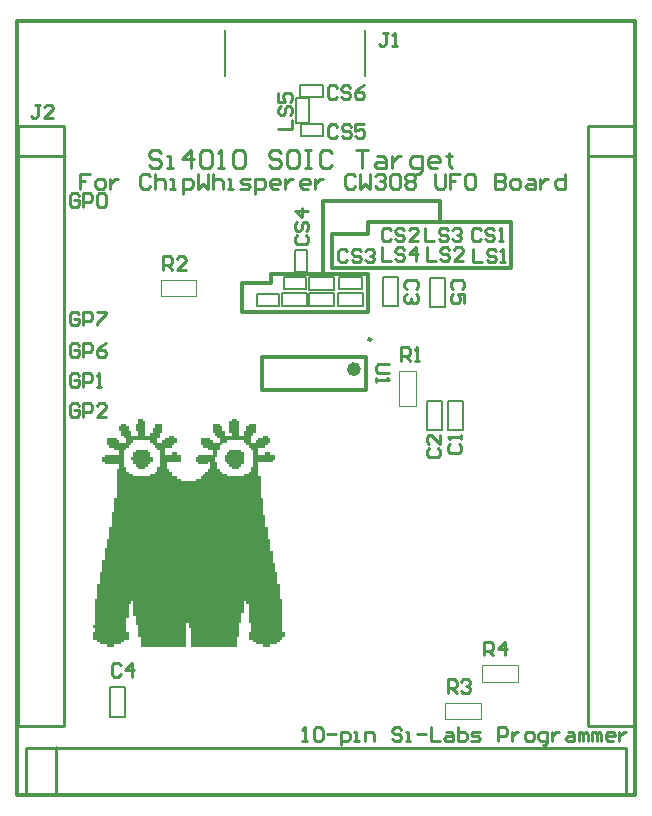
<source format=gto>
G04 Layer_Color=65535*
%FSLAX25Y25*%
%MOIN*%
G70*
G01*
G75*
%ADD23C,0.01000*%
%ADD26C,0.01181*%
%ADD33C,0.00984*%
%ADD34C,0.02362*%
%ADD35C,0.00787*%
%ADD36C,0.00800*%
%ADD37C,0.00500*%
%ADD38C,0.00394*%
G36*
X359600Y340500D02*
X360400D01*
Y339700D01*
Y338900D01*
Y338100D01*
Y337300D01*
Y336500D01*
Y335700D01*
X362000D01*
Y336500D01*
Y337300D01*
X362800D01*
Y338100D01*
Y338900D01*
X363600D01*
Y339700D01*
X366000D01*
Y338900D01*
Y338100D01*
Y337300D01*
Y336500D01*
X365200D01*
Y335700D01*
X364400D01*
Y334900D01*
Y334100D01*
Y333300D01*
X366000D01*
Y334100D01*
X366800D01*
Y334900D01*
X368400D01*
Y335700D01*
X370000D01*
Y334900D01*
X370800D01*
Y334100D01*
Y333300D01*
X370000D01*
Y332500D01*
X369200D01*
Y331700D01*
X366800D01*
Y330900D01*
Y330100D01*
Y329300D01*
X369200D01*
Y330100D01*
X370800D01*
Y329300D01*
X372400D01*
Y328500D01*
Y327700D01*
X371600D01*
Y326900D01*
X366800D01*
Y326100D01*
Y325300D01*
Y324500D01*
Y323700D01*
Y322900D01*
Y322100D01*
X367600D01*
Y321300D01*
Y320500D01*
Y319700D01*
Y318900D01*
Y318100D01*
Y317300D01*
Y316500D01*
Y315700D01*
Y314900D01*
X368400D01*
Y314100D01*
Y313300D01*
Y312500D01*
Y311700D01*
Y310900D01*
Y310100D01*
Y309300D01*
X369200D01*
Y308500D01*
Y307700D01*
Y306900D01*
Y306100D01*
Y305300D01*
X370000D01*
Y304500D01*
Y303700D01*
Y302900D01*
Y302100D01*
Y301300D01*
X370800D01*
Y300500D01*
Y299700D01*
Y298900D01*
Y298100D01*
Y297300D01*
X371600D01*
Y296500D01*
Y295700D01*
Y294900D01*
Y294100D01*
Y293300D01*
X372400D01*
Y292500D01*
Y291700D01*
Y290900D01*
Y290100D01*
X373200D01*
Y289300D01*
Y288500D01*
Y287700D01*
Y286900D01*
Y286100D01*
X374000D01*
Y285300D01*
Y284500D01*
Y283700D01*
Y282900D01*
Y282100D01*
Y281300D01*
X374800D01*
Y280500D01*
Y279700D01*
Y278900D01*
Y278100D01*
Y277300D01*
Y276500D01*
Y275700D01*
Y274900D01*
Y274100D01*
Y273300D01*
Y272500D01*
Y271700D01*
Y270900D01*
Y270100D01*
X375600D01*
Y269300D01*
Y268500D01*
X374800D01*
Y267700D01*
X374000D01*
Y266900D01*
X373200D01*
Y266100D01*
X370800D01*
Y265300D01*
X368400D01*
Y266100D01*
X366000D01*
Y266900D01*
X365200D01*
Y267700D01*
X363600D01*
Y268500D01*
Y269300D01*
Y270100D01*
X364400D01*
Y270900D01*
Y271700D01*
Y272500D01*
Y273300D01*
X363600D01*
Y274100D01*
Y274900D01*
Y275700D01*
Y276500D01*
Y277300D01*
Y278100D01*
Y278900D01*
Y279700D01*
X362800D01*
Y280500D01*
X362000D01*
Y279700D01*
Y278900D01*
Y278100D01*
Y277300D01*
Y276500D01*
X361200D01*
Y275700D01*
Y274900D01*
Y274100D01*
Y273300D01*
X360400D01*
Y272500D01*
Y271700D01*
Y270900D01*
Y270100D01*
Y269300D01*
Y268500D01*
X359600D01*
Y267700D01*
Y266900D01*
Y266100D01*
Y265300D01*
X344400D01*
Y266100D01*
Y266900D01*
Y267700D01*
Y268500D01*
Y269300D01*
Y270100D01*
Y270900D01*
Y271700D01*
X343600D01*
Y272500D01*
Y273300D01*
X342800D01*
Y272500D01*
Y271700D01*
Y270900D01*
Y270100D01*
Y269300D01*
Y268500D01*
Y267700D01*
Y266900D01*
Y266100D01*
Y265300D01*
X327600D01*
Y266100D01*
Y266900D01*
Y267700D01*
Y268500D01*
X326800D01*
Y269300D01*
Y270100D01*
Y270900D01*
Y271700D01*
Y272500D01*
X326000D01*
Y273300D01*
Y274100D01*
Y274900D01*
Y275700D01*
X325200D01*
Y276500D01*
Y277300D01*
Y278100D01*
Y278900D01*
Y279700D01*
Y280500D01*
X324400D01*
Y279700D01*
X323600D01*
Y278900D01*
Y278100D01*
Y277300D01*
Y276500D01*
Y275700D01*
Y274900D01*
X322800D01*
Y274100D01*
Y273300D01*
Y272500D01*
Y271700D01*
Y270900D01*
Y270100D01*
X323600D01*
Y269300D01*
Y268500D01*
Y267700D01*
X322000D01*
Y266900D01*
X321200D01*
Y266100D01*
X318800D01*
Y265300D01*
X316400D01*
Y266100D01*
X314000D01*
Y266900D01*
X313200D01*
Y267700D01*
X311600D01*
Y268500D01*
Y269300D01*
Y270100D01*
X312400D01*
Y270900D01*
Y271700D01*
X311600D01*
Y272500D01*
X312400D01*
Y273300D01*
Y274100D01*
Y274900D01*
Y275700D01*
Y276500D01*
Y277300D01*
Y278100D01*
Y278900D01*
Y279700D01*
Y280500D01*
Y281300D01*
X313200D01*
Y282100D01*
Y282900D01*
Y283700D01*
Y284500D01*
Y285300D01*
Y286100D01*
X314000D01*
Y286900D01*
Y287700D01*
Y288500D01*
Y289300D01*
Y290100D01*
X314800D01*
Y290900D01*
Y291700D01*
Y292500D01*
Y293300D01*
Y294100D01*
X315600D01*
Y294900D01*
Y295700D01*
Y296500D01*
Y297300D01*
Y298100D01*
X316400D01*
Y298900D01*
Y299700D01*
Y300500D01*
Y301300D01*
X317200D01*
Y302100D01*
Y302900D01*
Y303700D01*
Y304500D01*
Y305300D01*
X318000D01*
Y306100D01*
Y306900D01*
Y307700D01*
Y308500D01*
Y309300D01*
Y310100D01*
X318800D01*
Y310900D01*
Y311700D01*
Y312500D01*
Y313300D01*
Y314100D01*
Y314900D01*
X319600D01*
Y315700D01*
Y316500D01*
Y317300D01*
Y318100D01*
Y318900D01*
Y319700D01*
Y320500D01*
Y321300D01*
Y322100D01*
Y322900D01*
Y323700D01*
Y324500D01*
X320400D01*
Y325300D01*
Y326100D01*
X315600D01*
Y326900D01*
X314800D01*
Y327700D01*
Y328500D01*
X315600D01*
Y329300D01*
X320400D01*
Y330100D01*
Y330900D01*
X318800D01*
Y331700D01*
X317200D01*
Y332500D01*
X316400D01*
Y333300D01*
Y334100D01*
Y334900D01*
X319600D01*
Y334100D01*
X320400D01*
Y333300D01*
X322800D01*
Y334100D01*
Y334900D01*
X322000D01*
Y335700D01*
X321200D01*
Y336500D01*
Y337300D01*
X320400D01*
Y338100D01*
Y338900D01*
X321200D01*
Y339700D01*
X322800D01*
Y338900D01*
X323600D01*
Y338100D01*
Y337300D01*
X324400D01*
Y336500D01*
Y335700D01*
X326800D01*
Y336500D01*
Y337300D01*
X326000D01*
Y338100D01*
Y338900D01*
Y339700D01*
X326800D01*
Y340500D01*
Y341300D01*
X328400D01*
Y340500D01*
X329200D01*
Y339700D01*
Y338900D01*
Y338100D01*
Y337300D01*
Y336500D01*
Y335700D01*
X330800D01*
Y336500D01*
X331600D01*
Y337300D01*
Y338100D01*
X332400D01*
Y338900D01*
Y339700D01*
X334800D01*
Y338900D01*
Y338100D01*
Y337300D01*
Y336500D01*
X334000D01*
Y335700D01*
Y334900D01*
X333200D01*
Y334100D01*
Y333300D01*
X334800D01*
Y334100D01*
X335600D01*
Y334900D01*
X337200D01*
Y335700D01*
X338800D01*
Y334900D01*
X339600D01*
Y334100D01*
Y333300D01*
X338800D01*
Y332500D01*
X338000D01*
Y331700D01*
X335600D01*
Y330900D01*
Y330100D01*
Y329300D01*
X338000D01*
Y330100D01*
X339600D01*
Y329300D01*
X341200D01*
Y328500D01*
Y327700D01*
Y326900D01*
X336400D01*
Y326100D01*
Y325300D01*
Y324500D01*
X337200D01*
Y323700D01*
X338000D01*
Y322900D01*
Y322100D01*
X339600D01*
Y321300D01*
X341200D01*
Y320500D01*
X346000D01*
Y321300D01*
X347600D01*
Y322100D01*
X348400D01*
Y322900D01*
X349200D01*
Y323700D01*
X350000D01*
Y324500D01*
X350800D01*
Y325300D01*
Y326100D01*
Y326900D01*
X350000D01*
Y326100D01*
X346800D01*
Y326900D01*
X346000D01*
Y327700D01*
Y328500D01*
X346800D01*
Y329300D01*
X351600D01*
Y330100D01*
Y330900D01*
X350000D01*
Y331700D01*
X348400D01*
Y332500D01*
X347600D01*
Y333300D01*
Y334100D01*
Y334900D01*
X350800D01*
Y334100D01*
X351600D01*
Y333300D01*
X354000D01*
Y334100D01*
Y334900D01*
X353200D01*
Y335700D01*
X352400D01*
Y336500D01*
X351600D01*
Y337300D01*
Y338100D01*
Y338900D01*
Y339700D01*
X354000D01*
Y338900D01*
X354800D01*
Y338100D01*
Y337300D01*
X355600D01*
Y336500D01*
Y335700D01*
X358000D01*
Y336500D01*
X357200D01*
Y337300D01*
Y338100D01*
Y338900D01*
Y339700D01*
Y340500D01*
X358000D01*
Y341300D01*
X359600D01*
Y340500D01*
D02*
G37*
%LPC*%
G36*
X362000Y334100D02*
X356400D01*
Y333300D01*
X354800D01*
Y332500D01*
X354000D01*
Y331700D01*
Y330900D01*
X353200D01*
Y330100D01*
Y329300D01*
Y328500D01*
X352400D01*
Y327700D01*
Y326900D01*
X353200D01*
Y326100D01*
Y325300D01*
Y324500D01*
X354000D01*
Y323700D01*
X354800D01*
Y322900D01*
X356400D01*
Y322100D01*
X362000D01*
Y322900D01*
X363600D01*
Y323700D01*
X364400D01*
Y324500D01*
Y325300D01*
X365200D01*
Y326100D01*
Y326900D01*
Y327700D01*
Y328500D01*
Y329300D01*
Y330100D01*
Y330900D01*
X364400D01*
Y331700D01*
X363600D01*
Y332500D01*
X362800D01*
Y333300D01*
X362000D01*
Y334100D01*
D02*
G37*
G36*
X330800D02*
X325200D01*
Y333300D01*
X324400D01*
Y332500D01*
X323600D01*
Y331700D01*
X322800D01*
Y330900D01*
X322000D01*
Y330100D01*
Y329300D01*
Y328500D01*
Y327700D01*
Y326900D01*
Y326100D01*
Y325300D01*
X322800D01*
Y324500D01*
Y323700D01*
X323600D01*
Y322900D01*
X325200D01*
Y322100D01*
X330800D01*
Y322900D01*
X332400D01*
Y323700D01*
X333200D01*
Y324500D01*
Y325300D01*
X334000D01*
Y326100D01*
Y326900D01*
Y327700D01*
Y328500D01*
Y329300D01*
Y330100D01*
Y330900D01*
X333200D01*
Y331700D01*
X332400D01*
Y332500D01*
X331600D01*
Y333300D01*
X330800D01*
Y334100D01*
D02*
G37*
%LPD*%
G36*
X361200Y330100D02*
X362000D01*
Y329300D01*
Y328500D01*
Y327700D01*
Y326900D01*
Y326100D01*
X361200D01*
Y325300D01*
X360400D01*
Y324500D01*
X358000D01*
Y325300D01*
X357200D01*
Y326100D01*
X356400D01*
Y326900D01*
X355600D01*
Y327700D01*
Y328500D01*
Y329300D01*
X356400D01*
Y330100D01*
X357200D01*
Y330900D01*
X361200D01*
Y330100D01*
D02*
G37*
G36*
X330000D02*
X330800D01*
Y329300D01*
Y328500D01*
X331600D01*
Y327700D01*
Y326900D01*
X330800D01*
Y326100D01*
X330000D01*
Y325300D01*
X329200D01*
Y324500D01*
X326800D01*
Y325300D01*
X326000D01*
Y326100D01*
X325200D01*
Y326900D01*
Y327700D01*
X324400D01*
Y328500D01*
X325200D01*
Y329300D01*
Y330100D01*
X326000D01*
Y330900D01*
X330000D01*
Y330100D01*
D02*
G37*
D23*
X492000Y239000D02*
Y439000D01*
X286626Y429000D02*
X302374D01*
X286626Y439000D02*
X302000D01*
Y239000D02*
Y439000D01*
X286626Y239000D02*
X302000D01*
X286626D02*
Y439000D01*
X299500Y216126D02*
Y231874D01*
X289500Y216126D02*
Y231500D01*
X489500D01*
Y216126D02*
Y231500D01*
X289500Y216126D02*
X489500D01*
X476626Y429000D02*
X492374D01*
X476626Y439000D02*
X492000D01*
X476626Y239000D02*
X492000D01*
X476626D02*
Y439000D01*
X306999Y345749D02*
X306249Y346498D01*
X304750D01*
X304000Y345749D01*
Y342750D01*
X304750Y342000D01*
X306249D01*
X306999Y342750D01*
Y344249D01*
X305500D01*
X308499Y342000D02*
Y346498D01*
X310748D01*
X311498Y345749D01*
Y344249D01*
X310748Y343499D01*
X308499D01*
X315996Y342000D02*
X312997D01*
X315996Y344999D01*
Y345749D01*
X315246Y346498D01*
X313747D01*
X312997Y345749D01*
X306999Y355749D02*
X306249Y356499D01*
X304750D01*
X304000Y355749D01*
Y352750D01*
X304750Y352000D01*
X306249D01*
X306999Y352750D01*
Y354249D01*
X305500D01*
X308499Y352000D02*
Y356499D01*
X310748D01*
X311498Y355749D01*
Y354249D01*
X310748Y353500D01*
X308499D01*
X312997Y352000D02*
X314497D01*
X313747D01*
Y356499D01*
X312997Y355749D01*
X306999Y365749D02*
X306249Y366498D01*
X304750D01*
X304000Y365749D01*
Y362750D01*
X304750Y362000D01*
X306249D01*
X306999Y362750D01*
Y364249D01*
X305500D01*
X308499Y362000D02*
Y366498D01*
X310748D01*
X311498Y365749D01*
Y364249D01*
X310748Y363499D01*
X308499D01*
X315996Y366498D02*
X314497Y365749D01*
X312997Y364249D01*
Y362750D01*
X313747Y362000D01*
X315246D01*
X315996Y362750D01*
Y363499D01*
X315246Y364249D01*
X312997D01*
X306999Y376249D02*
X306249Y376998D01*
X304750D01*
X304000Y376249D01*
Y373250D01*
X304750Y372500D01*
X306249D01*
X306999Y373250D01*
Y374749D01*
X305500D01*
X308499Y372500D02*
Y376998D01*
X310748D01*
X311498Y376249D01*
Y374749D01*
X310748Y374000D01*
X308499D01*
X312997Y376998D02*
X315996D01*
Y376249D01*
X312997Y373250D01*
Y372500D01*
X306999Y415749D02*
X306249Y416499D01*
X304750D01*
X304000Y415749D01*
Y412750D01*
X304750Y412000D01*
X306249D01*
X306999Y412750D01*
Y414249D01*
X305500D01*
X308499Y412000D02*
Y416499D01*
X310748D01*
X311498Y415749D01*
Y414249D01*
X310748Y413499D01*
X308499D01*
X312997Y415749D02*
X313747Y416499D01*
X315246D01*
X315996Y415749D01*
Y412750D01*
X315246Y412000D01*
X313747D01*
X312997Y412750D01*
Y415749D01*
X434749Y384501D02*
X435499Y385251D01*
Y386750D01*
X434749Y387500D01*
X431750D01*
X431000Y386750D01*
Y385251D01*
X431750Y384501D01*
X435499Y380002D02*
Y383001D01*
X433249D01*
X433999Y381502D01*
Y380752D01*
X433249Y380002D01*
X431750D01*
X431000Y380752D01*
Y382252D01*
X431750Y383001D01*
X320899Y259149D02*
X320149Y259898D01*
X318650D01*
X317900Y259149D01*
Y256150D01*
X318650Y255400D01*
X320149D01*
X320899Y256150D01*
X324648Y255400D02*
Y259898D01*
X322398Y257649D01*
X325398D01*
X419249Y384501D02*
X419999Y385251D01*
Y386750D01*
X419249Y387500D01*
X416250D01*
X415500Y386750D01*
Y385251D01*
X416250Y384501D01*
X419249Y383001D02*
X419999Y382252D01*
Y380752D01*
X419249Y380002D01*
X418499D01*
X417749Y380752D01*
Y381502D01*
Y380752D01*
X416999Y380002D01*
X416250D01*
X415500Y380752D01*
Y382252D01*
X416250Y383001D01*
X410499Y359500D02*
X406750D01*
X406000Y358750D01*
Y357251D01*
X406750Y356501D01*
X410499D01*
X406000Y355001D02*
Y353502D01*
Y354252D01*
X410499D01*
X409749Y355001D01*
X442200Y262500D02*
Y266999D01*
X444449D01*
X445199Y266249D01*
Y264749D01*
X444449Y264000D01*
X442200D01*
X443700D02*
X445199Y262500D01*
X448948D02*
Y266999D01*
X446699Y264749D01*
X449698D01*
X429900Y250000D02*
Y254499D01*
X432149D01*
X432899Y253749D01*
Y252249D01*
X432149Y251500D01*
X429900D01*
X431399D02*
X432899Y250000D01*
X434399Y253749D02*
X435148Y254499D01*
X436648D01*
X437398Y253749D01*
Y252999D01*
X436648Y252249D01*
X435898D01*
X436648D01*
X437398Y251500D01*
Y250750D01*
X436648Y250000D01*
X435148D01*
X434399Y250750D01*
X335100Y391000D02*
Y395498D01*
X337349D01*
X338099Y394749D01*
Y393249D01*
X337349Y392499D01*
X335100D01*
X336599D02*
X338099Y391000D01*
X342598D02*
X339598D01*
X342598Y393999D01*
Y394749D01*
X341848Y395498D01*
X340348D01*
X339598Y394749D01*
X414500Y360600D02*
Y365099D01*
X416749D01*
X417499Y364349D01*
Y362849D01*
X416749Y362100D01*
X414500D01*
X416000D02*
X417499Y360600D01*
X418998D02*
X420498D01*
X419748D01*
Y365099D01*
X418998Y364349D01*
X373501Y438000D02*
X378000D01*
Y440999D01*
X374251Y445498D02*
X373501Y444748D01*
Y443248D01*
X374251Y442498D01*
X375001D01*
X375751Y443248D01*
Y444748D01*
X376501Y445498D01*
X377250D01*
X378000Y444748D01*
Y443248D01*
X377250Y442498D01*
X373501Y449996D02*
Y446997D01*
X375751D01*
X375001Y448497D01*
Y449246D01*
X375751Y449996D01*
X377250D01*
X378000Y449246D01*
Y447747D01*
X377250Y446997D01*
X408000Y398499D02*
Y394000D01*
X410999D01*
X415498Y397749D02*
X414748Y398499D01*
X413248D01*
X412499Y397749D01*
Y396999D01*
X413248Y396249D01*
X414748D01*
X415498Y395499D01*
Y394750D01*
X414748Y394000D01*
X413248D01*
X412499Y394750D01*
X419246Y394000D02*
Y398499D01*
X416997Y396249D01*
X419996D01*
X422500Y404998D02*
Y400500D01*
X425499D01*
X429998Y404249D02*
X429248Y404998D01*
X427748D01*
X426999Y404249D01*
Y403499D01*
X427748Y402749D01*
X429248D01*
X429998Y402000D01*
Y401250D01*
X429248Y400500D01*
X427748D01*
X426999Y401250D01*
X431497Y404249D02*
X432247Y404998D01*
X433746D01*
X434496Y404249D01*
Y403499D01*
X433746Y402749D01*
X432997D01*
X433746D01*
X434496Y402000D01*
Y401250D01*
X433746Y400500D01*
X432247D01*
X431497Y401250D01*
X423000Y398499D02*
Y394000D01*
X425999D01*
X430498Y397749D02*
X429748Y398499D01*
X428248D01*
X427498Y397749D01*
Y396999D01*
X428248Y396249D01*
X429748D01*
X430498Y395499D01*
Y394750D01*
X429748Y394000D01*
X428248D01*
X427498Y394750D01*
X434996Y394000D02*
X431997D01*
X434996Y396999D01*
Y397749D01*
X434246Y398499D01*
X432747D01*
X431997Y397749D01*
X438500Y397998D02*
Y393500D01*
X441499D01*
X445998Y397249D02*
X445248Y397998D01*
X443748D01*
X442999Y397249D01*
Y396499D01*
X443748Y395749D01*
X445248D01*
X445998Y395000D01*
Y394250D01*
X445248Y393500D01*
X443748D01*
X442999Y394250D01*
X447497Y393500D02*
X448997D01*
X448247D01*
Y397998D01*
X447497Y397249D01*
X293999Y445998D02*
X292499D01*
X293249D01*
Y442250D01*
X292499Y441500D01*
X291750D01*
X291000Y442250D01*
X298498Y441500D02*
X295498D01*
X298498Y444499D01*
Y445249D01*
X297748Y445998D01*
X296248D01*
X295498Y445249D01*
X409999Y469999D02*
X408499D01*
X409249D01*
Y466250D01*
X408499Y465500D01*
X407750D01*
X407000Y466250D01*
X411498Y465500D02*
X412998D01*
X412248D01*
Y469999D01*
X411498Y469249D01*
X392999Y451749D02*
X392249Y452498D01*
X390750D01*
X390000Y451749D01*
Y448750D01*
X390750Y448000D01*
X392249D01*
X392999Y448750D01*
X397498Y451749D02*
X396748Y452498D01*
X395248D01*
X394498Y451749D01*
Y450999D01*
X395248Y450249D01*
X396748D01*
X397498Y449500D01*
Y448750D01*
X396748Y448000D01*
X395248D01*
X394498Y448750D01*
X401996Y452498D02*
X400497Y451749D01*
X398997Y450249D01*
Y448750D01*
X399747Y448000D01*
X401246D01*
X401996Y448750D01*
Y449500D01*
X401246Y450249D01*
X398997D01*
X393188Y438749D02*
X392438Y439499D01*
X390939D01*
X390189Y438749D01*
Y435750D01*
X390939Y435000D01*
X392438D01*
X393188Y435750D01*
X397687Y438749D02*
X396937Y439499D01*
X395437D01*
X394688Y438749D01*
Y437999D01*
X395437Y437249D01*
X396937D01*
X397687Y436500D01*
Y435750D01*
X396937Y435000D01*
X395437D01*
X394688Y435750D01*
X402185Y439499D02*
X399186D01*
Y437249D01*
X400686Y437999D01*
X401435D01*
X402185Y437249D01*
Y435750D01*
X401435Y435000D01*
X399936D01*
X399186Y435750D01*
X379751Y402499D02*
X379001Y401749D01*
Y400250D01*
X379751Y399500D01*
X382750D01*
X383500Y400250D01*
Y401749D01*
X382750Y402499D01*
X379751Y406998D02*
X379001Y406248D01*
Y404748D01*
X379751Y403999D01*
X380501D01*
X381251Y404748D01*
Y406248D01*
X382000Y406998D01*
X382750D01*
X383500Y406248D01*
Y404748D01*
X382750Y403999D01*
X383500Y410746D02*
X379001D01*
X381251Y408497D01*
Y411496D01*
X410999Y404249D02*
X410249Y404998D01*
X408750D01*
X408000Y404249D01*
Y401250D01*
X408750Y400500D01*
X410249D01*
X410999Y401250D01*
X415498Y404249D02*
X414748Y404998D01*
X413248D01*
X412499Y404249D01*
Y403499D01*
X413248Y402749D01*
X414748D01*
X415498Y402000D01*
Y401250D01*
X414748Y400500D01*
X413248D01*
X412499Y401250D01*
X419996Y400500D02*
X416997D01*
X419996Y403499D01*
Y404249D01*
X419246Y404998D01*
X417747D01*
X416997Y404249D01*
X440999D02*
X440249Y404998D01*
X438750D01*
X438000Y404249D01*
Y401250D01*
X438750Y400500D01*
X440249D01*
X440999Y401250D01*
X445498Y404249D02*
X444748Y404998D01*
X443248D01*
X442498Y404249D01*
Y403499D01*
X443248Y402749D01*
X444748D01*
X445498Y402000D01*
Y401250D01*
X444748Y400500D01*
X443248D01*
X442498Y401250D01*
X446997Y400500D02*
X448497D01*
X447747D01*
Y404998D01*
X446997Y404249D01*
X396499Y397249D02*
X395749Y397998D01*
X394250D01*
X393500Y397249D01*
Y394250D01*
X394250Y393500D01*
X395749D01*
X396499Y394250D01*
X400998Y397249D02*
X400248Y397998D01*
X398748D01*
X397998Y397249D01*
Y396499D01*
X398748Y395749D01*
X400248D01*
X400998Y395000D01*
Y394250D01*
X400248Y393500D01*
X398748D01*
X397998Y394250D01*
X402497Y397249D02*
X403247Y397998D01*
X404746D01*
X405496Y397249D01*
Y396499D01*
X404746Y395749D01*
X403997D01*
X404746D01*
X405496Y395000D01*
Y394250D01*
X404746Y393500D01*
X403247D01*
X402497Y394250D01*
X423751Y331499D02*
X423001Y330749D01*
Y329250D01*
X423751Y328500D01*
X426750D01*
X427500Y329250D01*
Y330749D01*
X426750Y331499D01*
X427500Y335998D02*
Y332998D01*
X424501Y335998D01*
X423751D01*
X423001Y335248D01*
Y333748D01*
X423751Y332998D01*
X430751Y332999D02*
X430001Y332249D01*
Y330750D01*
X430751Y330000D01*
X433750D01*
X434500Y330750D01*
Y332249D01*
X433750Y332999D01*
X434500Y334499D02*
Y335998D01*
Y335248D01*
X430001D01*
X430751Y334499D01*
X381500Y234000D02*
X382999D01*
X382250D01*
Y238498D01*
X381500Y237749D01*
X385249D02*
X385999Y238498D01*
X387498D01*
X388248Y237749D01*
Y234750D01*
X387498Y234000D01*
X385999D01*
X385249Y234750D01*
Y237749D01*
X389747Y236249D02*
X392746D01*
X394246Y232501D02*
Y236999D01*
X396495D01*
X397245Y236249D01*
Y234750D01*
X396495Y234000D01*
X394246D01*
X398744D02*
X400244D01*
X399494D01*
Y236999D01*
X398744D01*
X402493Y234000D02*
Y236999D01*
X404742D01*
X405492Y236249D01*
Y234000D01*
X414489Y237749D02*
X413740Y238498D01*
X412240D01*
X411490Y237749D01*
Y236999D01*
X412240Y236249D01*
X413740D01*
X414489Y235500D01*
Y234750D01*
X413740Y234000D01*
X412240D01*
X411490Y234750D01*
X415989Y234000D02*
X417488D01*
X416739D01*
Y236999D01*
X415989D01*
X419738Y236249D02*
X422737D01*
X424236Y238498D02*
Y234000D01*
X427235D01*
X429485Y236999D02*
X430984D01*
X431734Y236249D01*
Y234000D01*
X429485D01*
X428735Y234750D01*
X429485Y235500D01*
X431734D01*
X433233Y238498D02*
Y234000D01*
X435483D01*
X436232Y234750D01*
Y235500D01*
Y236249D01*
X435483Y236999D01*
X433233D01*
X437732Y234000D02*
X439981D01*
X440731Y234750D01*
X439981Y235500D01*
X438482D01*
X437732Y236249D01*
X438482Y236999D01*
X440731D01*
X446729Y234000D02*
Y238498D01*
X448978D01*
X449728Y237749D01*
Y236249D01*
X448978Y235500D01*
X446729D01*
X451228Y236999D02*
Y234000D01*
Y235500D01*
X451977Y236249D01*
X452727Y236999D01*
X453477D01*
X456476Y234000D02*
X457975D01*
X458725Y234750D01*
Y236249D01*
X457975Y236999D01*
X456476D01*
X455726Y236249D01*
Y234750D01*
X456476Y234000D01*
X461724Y232501D02*
X462474D01*
X463224Y233250D01*
Y236999D01*
X460974D01*
X460225Y236249D01*
Y234750D01*
X460974Y234000D01*
X463224D01*
X464723Y236999D02*
Y234000D01*
Y235500D01*
X465473Y236249D01*
X466223Y236999D01*
X466972D01*
X469972D02*
X471471D01*
X472221Y236249D01*
Y234000D01*
X469972D01*
X469222Y234750D01*
X469972Y235500D01*
X472221D01*
X473720Y234000D02*
Y236999D01*
X474470D01*
X475220Y236249D01*
Y234000D01*
Y236249D01*
X475970Y236999D01*
X476719Y236249D01*
Y234000D01*
X478219D02*
Y236999D01*
X478969D01*
X479718Y236249D01*
Y234000D01*
Y236249D01*
X480468Y236999D01*
X481218Y236249D01*
Y234000D01*
X484967D02*
X483467D01*
X482717Y234750D01*
Y236249D01*
X483467Y236999D01*
X484967D01*
X485716Y236249D01*
Y235500D01*
X482717D01*
X487216Y236999D02*
Y234000D01*
Y235500D01*
X487966Y236249D01*
X488715Y236999D01*
X489465D01*
X310832Y422998D02*
X307500D01*
Y420499D01*
X309166D01*
X307500D01*
Y418000D01*
X313331D02*
X314998D01*
X315831Y418833D01*
Y420499D01*
X314998Y421332D01*
X313331D01*
X312498Y420499D01*
Y418833D01*
X313331Y418000D01*
X317497Y421332D02*
Y418000D01*
Y419666D01*
X318330Y420499D01*
X319163Y421332D01*
X319996D01*
X330826Y422165D02*
X329993Y422998D01*
X328327D01*
X327494Y422165D01*
Y418833D01*
X328327Y418000D01*
X329993D01*
X330826Y418833D01*
X332492Y422998D02*
Y418000D01*
Y420499D01*
X333325Y421332D01*
X334991D01*
X335824Y420499D01*
Y418000D01*
X337490D02*
X339156D01*
X338323D01*
Y421332D01*
X337490D01*
X341656Y416334D02*
Y421332D01*
X344155D01*
X344988Y420499D01*
Y418833D01*
X344155Y418000D01*
X341656D01*
X346654Y422998D02*
Y418000D01*
X348320Y419666D01*
X349986Y418000D01*
Y422998D01*
X351652D02*
Y418000D01*
Y420499D01*
X352485Y421332D01*
X354152D01*
X354985Y420499D01*
Y418000D01*
X356651D02*
X358317D01*
X357484D01*
Y421332D01*
X356651D01*
X360816Y418000D02*
X363315D01*
X364148Y418833D01*
X363315Y419666D01*
X361649D01*
X360816Y420499D01*
X361649Y421332D01*
X364148D01*
X365814Y416334D02*
Y421332D01*
X368314D01*
X369147Y420499D01*
Y418833D01*
X368314Y418000D01*
X365814D01*
X373312D02*
X371646D01*
X370813Y418833D01*
Y420499D01*
X371646Y421332D01*
X373312D01*
X374145Y420499D01*
Y419666D01*
X370813D01*
X375811Y421332D02*
Y418000D01*
Y419666D01*
X376644Y420499D01*
X377477Y421332D01*
X378310D01*
X383309Y418000D02*
X381643D01*
X380810Y418833D01*
Y420499D01*
X381643Y421332D01*
X383309D01*
X384142Y420499D01*
Y419666D01*
X380810D01*
X385808Y421332D02*
Y418000D01*
Y419666D01*
X386641Y420499D01*
X387474Y421332D01*
X388307D01*
X399137Y422165D02*
X398304Y422998D01*
X396638D01*
X395805Y422165D01*
Y418833D01*
X396638Y418000D01*
X398304D01*
X399137Y418833D01*
X400803Y422998D02*
Y418000D01*
X402469Y419666D01*
X404135Y418000D01*
Y422998D01*
X405801Y422165D02*
X406635Y422998D01*
X408301D01*
X409134Y422165D01*
Y421332D01*
X408301Y420499D01*
X407468D01*
X408301D01*
X409134Y419666D01*
Y418833D01*
X408301Y418000D01*
X406635D01*
X405801Y418833D01*
X410800Y422165D02*
X411633Y422998D01*
X413299D01*
X414132Y422165D01*
Y418833D01*
X413299Y418000D01*
X411633D01*
X410800Y418833D01*
Y422165D01*
X415798D02*
X416631Y422998D01*
X418297D01*
X419131Y422165D01*
Y421332D01*
X418297Y420499D01*
X419131Y419666D01*
Y418833D01*
X418297Y418000D01*
X416631D01*
X415798Y418833D01*
Y419666D01*
X416631Y420499D01*
X415798Y421332D01*
Y422165D01*
X416631Y420499D02*
X418297D01*
X425795Y422998D02*
Y418833D01*
X426628Y418000D01*
X428294D01*
X429127Y418833D01*
Y422998D01*
X434126D02*
X430793D01*
Y420499D01*
X432459D01*
X430793D01*
Y418000D01*
X438291Y422998D02*
X436625D01*
X435792Y422165D01*
Y418833D01*
X436625Y418000D01*
X438291D01*
X439124Y418833D01*
Y422165D01*
X438291Y422998D01*
X445788D02*
Y418000D01*
X448288D01*
X449121Y418833D01*
Y419666D01*
X448288Y420499D01*
X445788D01*
X448288D01*
X449121Y421332D01*
Y422165D01*
X448288Y422998D01*
X445788D01*
X451620Y418000D02*
X453286D01*
X454119Y418833D01*
Y420499D01*
X453286Y421332D01*
X451620D01*
X450787Y420499D01*
Y418833D01*
X451620Y418000D01*
X456618Y421332D02*
X458285D01*
X459118Y420499D01*
Y418000D01*
X456618D01*
X455785Y418833D01*
X456618Y419666D01*
X459118D01*
X460784Y421332D02*
Y418000D01*
Y419666D01*
X461617Y420499D01*
X462450Y421332D01*
X463283D01*
X469114Y422998D02*
Y418000D01*
X466615D01*
X465782Y418833D01*
Y420499D01*
X466615Y421332D01*
X469114D01*
X334499Y429998D02*
X333499Y430998D01*
X331500D01*
X330500Y429998D01*
Y428999D01*
X331500Y427999D01*
X333499D01*
X334499Y426999D01*
Y426000D01*
X333499Y425000D01*
X331500D01*
X330500Y426000D01*
X336498Y425000D02*
X338497D01*
X337498D01*
Y428999D01*
X336498D01*
X344496Y425000D02*
Y430998D01*
X341496Y427999D01*
X345495D01*
X347495Y429998D02*
X348494Y430998D01*
X350494D01*
X351493Y429998D01*
Y426000D01*
X350494Y425000D01*
X348494D01*
X347495Y426000D01*
Y429998D01*
X353493Y425000D02*
X355492D01*
X354492D01*
Y430998D01*
X353493Y429998D01*
X358491D02*
X359491Y430998D01*
X361490D01*
X362490Y429998D01*
Y426000D01*
X361490Y425000D01*
X359491D01*
X358491Y426000D01*
Y429998D01*
X374486D02*
X373486Y430998D01*
X371487D01*
X370487Y429998D01*
Y428999D01*
X371487Y427999D01*
X373486D01*
X374486Y426999D01*
Y426000D01*
X373486Y425000D01*
X371487D01*
X370487Y426000D01*
X379484Y430998D02*
X377485D01*
X376485Y429998D01*
Y426000D01*
X377485Y425000D01*
X379484D01*
X380484Y426000D01*
Y429998D01*
X379484Y430998D01*
X382483D02*
X384483D01*
X383483D01*
Y425000D01*
X382483D01*
X384483D01*
X391480Y429998D02*
X390481Y430998D01*
X388481D01*
X387482Y429998D01*
Y426000D01*
X388481Y425000D01*
X390481D01*
X391480Y426000D01*
X399478Y430998D02*
X403476D01*
X401477D01*
Y425000D01*
X406475Y428999D02*
X408475D01*
X409474Y427999D01*
Y425000D01*
X406475D01*
X405476Y426000D01*
X406475Y426999D01*
X409474D01*
X411474Y428999D02*
Y425000D01*
Y426999D01*
X412473Y427999D01*
X413473Y428999D01*
X414473D01*
X419471Y423001D02*
X420471D01*
X421471Y424000D01*
Y428999D01*
X418471D01*
X417472Y427999D01*
Y426000D01*
X418471Y425000D01*
X421471D01*
X426469D02*
X424470D01*
X423470Y426000D01*
Y427999D01*
X424470Y428999D01*
X426469D01*
X427469Y427999D01*
Y426999D01*
X423470D01*
X430468Y429998D02*
Y428999D01*
X429468D01*
X431467D01*
X430468D01*
Y426000D01*
X431467Y425000D01*
D26*
X427500Y407000D02*
Y414000D01*
X388500D02*
X427500D01*
X388500Y389500D02*
Y414000D01*
X386500Y389500D02*
X388500D01*
X403500Y403000D02*
Y407000D01*
X391500Y403000D02*
X403500D01*
X391500Y391500D02*
Y403000D01*
Y391500D02*
X451000D01*
Y407000D01*
X403500D02*
X451000D01*
X361500Y377000D02*
X365500D01*
X361500D02*
Y386500D01*
X371000D01*
Y389500D01*
X403500D01*
Y377000D02*
Y389500D01*
X365500Y377000D02*
X403500D01*
X368177Y362012D02*
X402823D01*
X368177Y350988D02*
X402823D01*
Y362012D01*
X368177Y350988D02*
Y362012D01*
X286500Y216000D02*
Y474000D01*
X492500D01*
Y216000D02*
Y474000D01*
X286500Y216000D02*
X492500D01*
D33*
X404437Y367819D02*
G03*
X404437Y367819I-492J0D01*
G01*
D34*
X399870Y357878D02*
G03*
X399870Y357878I-1181J0D01*
G01*
D35*
X402228Y455732D02*
Y471087D01*
X355772Y455732D02*
Y471087D01*
X322559Y242669D02*
Y251331D01*
X317441Y242669D02*
Y251331D01*
X322559D02*
Y251921D01*
X317441Y251331D02*
Y251921D01*
Y242079D02*
Y242669D01*
X322559Y242079D02*
Y242669D01*
X317441Y242079D02*
X322559D01*
X317441Y251921D02*
X322559D01*
X413559Y379425D02*
Y388087D01*
X408441Y379425D02*
Y388087D01*
X413559D02*
Y388677D01*
X408441Y388087D02*
Y388677D01*
Y378835D02*
Y379425D01*
X413559Y378835D02*
Y379425D01*
X408441Y378835D02*
X413559D01*
X408441Y388677D02*
X413559D01*
X429059Y379169D02*
Y387831D01*
X423941Y379169D02*
Y387831D01*
X429059D02*
Y388421D01*
X423941Y387831D02*
Y388421D01*
Y378579D02*
Y379169D01*
X429059Y378579D02*
Y379169D01*
X423941Y378579D02*
X429059D01*
X423941Y388421D02*
X429059D01*
X422941Y338169D02*
Y346831D01*
X428059Y338169D02*
Y346831D01*
X422941Y337579D02*
Y338169D01*
X428059Y337579D02*
Y338169D01*
Y346831D02*
Y347421D01*
X422941Y346831D02*
Y347421D01*
X428059D01*
X422941Y337579D02*
X428059D01*
X429941Y338169D02*
Y346831D01*
X435059Y338169D02*
Y346831D01*
X429941Y337579D02*
Y338169D01*
X435059Y337579D02*
Y338169D01*
Y346831D02*
Y347421D01*
X429941Y346831D02*
Y347421D01*
X435059D01*
X429941Y337579D02*
X435059D01*
X366653Y379031D02*
X373346D01*
X366653Y382968D02*
X373346D01*
X375654Y388469D02*
X382347D01*
X375654Y384531D02*
X382347D01*
X394153Y388469D02*
X400846D01*
X394153Y384531D02*
X400846D01*
X379031Y390653D02*
Y397346D01*
X382968Y390653D02*
Y397346D01*
X381153Y452468D02*
X387846D01*
X381153Y448531D02*
X387846D01*
X381343Y439468D02*
X388035D01*
X381343Y435532D02*
X388035D01*
D36*
X366260Y379031D02*
X366653D01*
X366260D02*
Y382968D01*
X366653D01*
X373346D02*
X373740D01*
Y379031D02*
Y382968D01*
X373346Y379031D02*
X373740D01*
X382347Y388469D02*
X382740D01*
Y384531D02*
Y388469D01*
X382347Y384531D02*
X382740D01*
X375260D02*
X375654D01*
X375260D02*
Y388469D01*
X375654D01*
X400846D02*
X401240D01*
Y384531D02*
Y388469D01*
X400846Y384531D02*
X401240D01*
X393760D02*
X394153D01*
X393760D02*
Y388469D01*
X394153D01*
X379031Y397346D02*
Y397740D01*
X382968D01*
Y397346D02*
Y397740D01*
Y390260D02*
Y390653D01*
X379031Y390260D02*
X382968D01*
X379031D02*
Y390653D01*
X387846Y452468D02*
X388240D01*
Y448531D02*
Y452468D01*
X387846Y448531D02*
X388240D01*
X380760D02*
X381153D01*
X380760D02*
Y452468D01*
X381153D01*
X388035Y439468D02*
X388429D01*
Y435532D02*
Y439468D01*
X388035Y435532D02*
X388429D01*
X380949D02*
X381343D01*
X380949D02*
Y439468D01*
X381343D01*
D37*
X374866Y378835D02*
X383134D01*
Y383165D01*
X374866D02*
X383134D01*
X374866Y378835D02*
Y383165D01*
X383866D02*
X392134D01*
X383866Y378835D02*
Y383165D01*
Y378835D02*
X392134D01*
Y383165D01*
X383866Y384335D02*
X392134D01*
Y388665D01*
X383866D02*
X392134D01*
X383866Y384335D02*
Y388665D01*
X393366Y383165D02*
X401634D01*
X393366Y378835D02*
Y383165D01*
Y378835D02*
X401634D01*
Y383165D01*
X379335Y439866D02*
Y448134D01*
Y439866D02*
X383665D01*
Y448134D01*
X379335D02*
X383665D01*
D38*
X429095Y241244D02*
X440906D01*
X429095Y246756D02*
X440906D01*
Y241244D02*
Y246756D01*
X429095Y241244D02*
Y246756D01*
X441441Y259256D02*
X453252D01*
X441441Y253744D02*
X453252D01*
X441441D02*
Y259256D01*
X453252Y253744D02*
Y259256D01*
X334248Y382244D02*
X346059D01*
X334248Y387756D02*
X346059D01*
Y382244D02*
Y387756D01*
X334248Y382244D02*
Y387756D01*
X419256Y345595D02*
Y357405D01*
X413744Y345595D02*
Y357405D01*
X419256D01*
X413744Y345595D02*
X419256D01*
M02*

</source>
